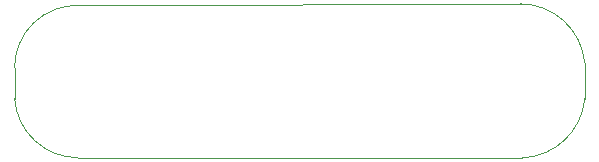
<source format=gbr>
%TF.GenerationSoftware,KiCad,Pcbnew,9.0.0*%
%TF.CreationDate,2025-03-21T11:56:52+01:00*%
%TF.ProjectId,PCB_Multi_Outside_Sensor_Onewire,5043425f-4d75-46c7-9469-5f4f75747369,rev?*%
%TF.SameCoordinates,Original*%
%TF.FileFunction,Profile,NP*%
%FSLAX46Y46*%
G04 Gerber Fmt 4.6, Leading zero omitted, Abs format (unit mm)*
G04 Created by KiCad (PCBNEW 9.0.0) date 2025-03-21 11:56:52*
%MOMM*%
%LPD*%
G01*
G04 APERTURE LIST*
%TA.AperFunction,Profile*%
%ADD10C,0.050000*%
%TD*%
G04 APERTURE END LIST*
D10*
X105000000Y-92389086D02*
G75*
G02*
X110494850Y-87121747I5272049J0D01*
G01*
X148000000Y-86977319D02*
X110500000Y-87121971D01*
X153275845Y-92000050D02*
X153280372Y-95000412D01*
X147775845Y-86977319D02*
G75*
G02*
X153275845Y-92000000I0J-5522681D01*
G01*
X153280373Y-95000412D02*
G75*
G02*
X148000000Y-100022680I-5504528J500412D01*
G01*
X148000000Y-100022680D02*
X110389100Y-99999999D01*
X105000000Y-92389086D02*
X105000000Y-95000000D01*
X110389100Y-100014028D02*
G75*
G02*
X105000000Y-95000000I-13J5403115D01*
G01*
M02*

</source>
